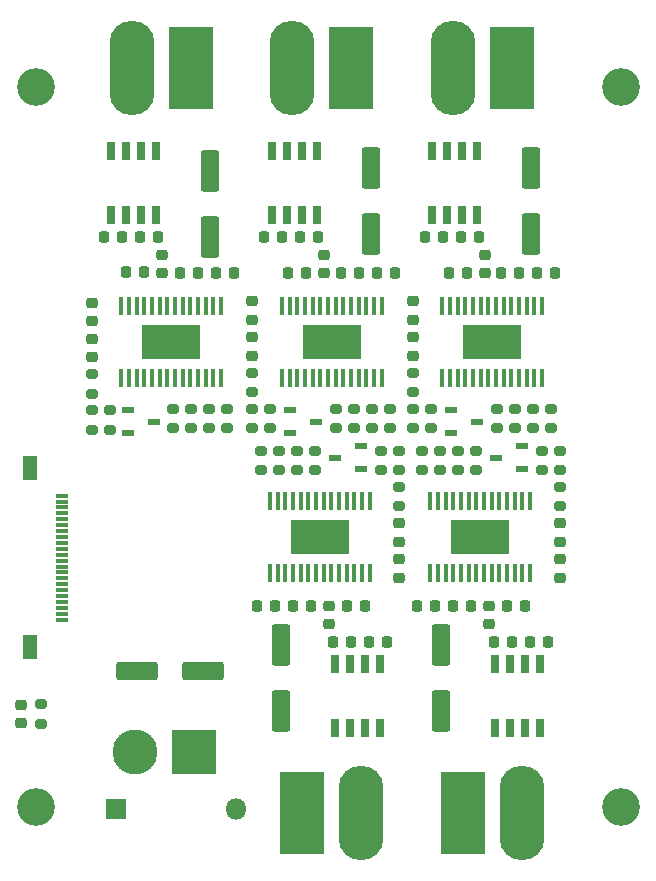
<source format=gbr>
%TF.GenerationSoftware,KiCad,Pcbnew,7.0.11*%
%TF.CreationDate,2025-11-07T14:33:39+09:00*%
%TF.ProjectId,motorDrive,6d6f746f-7244-4726-9976-652e6b696361,rev?*%
%TF.SameCoordinates,Original*%
%TF.FileFunction,Soldermask,Top*%
%TF.FilePolarity,Negative*%
%FSLAX46Y46*%
G04 Gerber Fmt 4.6, Leading zero omitted, Abs format (unit mm)*
G04 Created by KiCad (PCBNEW 7.0.11) date 2025-11-07 14:33:39*
%MOMM*%
%LPD*%
G01*
G04 APERTURE LIST*
G04 Aperture macros list*
%AMRoundRect*
0 Rectangle with rounded corners*
0 $1 Rounding radius*
0 $2 $3 $4 $5 $6 $7 $8 $9 X,Y pos of 4 corners*
0 Add a 4 corners polygon primitive as box body*
4,1,4,$2,$3,$4,$5,$6,$7,$8,$9,$2,$3,0*
0 Add four circle primitives for the rounded corners*
1,1,$1+$1,$2,$3*
1,1,$1+$1,$4,$5*
1,1,$1+$1,$6,$7*
1,1,$1+$1,$8,$9*
0 Add four rect primitives between the rounded corners*
20,1,$1+$1,$2,$3,$4,$5,0*
20,1,$1+$1,$4,$5,$6,$7,0*
20,1,$1+$1,$6,$7,$8,$9,0*
20,1,$1+$1,$8,$9,$2,$3,0*%
G04 Aperture macros list end*
%ADD10RoundRect,0.225000X0.225000X0.250000X-0.225000X0.250000X-0.225000X-0.250000X0.225000X-0.250000X0*%
%ADD11R,0.650000X1.525000*%
%ADD12R,3.800000X7.000000*%
%ADD13O,3.800000X8.000000*%
%ADD14RoundRect,0.225000X-0.225000X-0.250000X0.225000X-0.250000X0.225000X0.250000X-0.225000X0.250000X0*%
%ADD15R,1.050000X0.600000*%
%ADD16R,1.800000X1.800000*%
%ADD17O,1.800000X1.800000*%
%ADD18RoundRect,0.200000X0.275000X-0.200000X0.275000X0.200000X-0.275000X0.200000X-0.275000X-0.200000X0*%
%ADD19RoundRect,0.200000X-0.275000X0.200000X-0.275000X-0.200000X0.275000X-0.200000X0.275000X0.200000X0*%
%ADD20RoundRect,0.218750X0.256250X-0.218750X0.256250X0.218750X-0.256250X0.218750X-0.256250X-0.218750X0*%
%ADD21RoundRect,0.250000X0.550000X-1.500000X0.550000X1.500000X-0.550000X1.500000X-0.550000X-1.500000X0*%
%ADD22RoundRect,0.225000X0.250000X-0.225000X0.250000X0.225000X-0.250000X0.225000X-0.250000X-0.225000X0*%
%ADD23RoundRect,0.225000X-0.250000X0.225000X-0.250000X-0.225000X0.250000X-0.225000X0.250000X0.225000X0*%
%ADD24C,3.200000*%
%ADD25RoundRect,0.250000X-1.500000X-0.550000X1.500000X-0.550000X1.500000X0.550000X-1.500000X0.550000X0*%
%ADD26R,3.800000X3.800000*%
%ADD27C,3.800000*%
%ADD28R,0.450000X1.650000*%
%ADD29R,5.000000X3.000000*%
%ADD30RoundRect,0.250000X-0.550000X1.500000X-0.550000X-1.500000X0.550000X-1.500000X0.550000X1.500000X0*%
%ADD31R,1.000000X0.300000*%
%ADD32R,1.300000X2.000000*%
G04 APERTURE END LIST*
D10*
%TO.C,C210*%
X119520000Y-58420000D03*
X117970000Y-58420000D03*
%TD*%
D11*
%TO.C,IC302*%
X132969000Y-51136000D03*
X131699000Y-51136000D03*
X130429000Y-51136000D03*
X129159000Y-51136000D03*
X129159000Y-56560000D03*
X130429000Y-56560000D03*
X131699000Y-56560000D03*
X132969000Y-56560000D03*
%TD*%
D12*
%TO.C,J104*%
X135850000Y-44093000D03*
D13*
X130850000Y-44093000D03*
%TD*%
D14*
%TO.C,C506*%
X130924000Y-89662000D03*
X132474000Y-89662000D03*
%TD*%
%TO.C,C405*%
X144132000Y-61468000D03*
X145682000Y-61468000D03*
%TD*%
D10*
%TO.C,C302*%
X139586000Y-61468000D03*
X138036000Y-61468000D03*
%TD*%
D15*
%TO.C,Q501*%
X136736000Y-78039000D03*
X136736000Y-76139000D03*
X134536000Y-77089000D03*
%TD*%
D12*
%TO.C,J103*%
X122301000Y-44093000D03*
D13*
X117301000Y-44093000D03*
%TD*%
D11*
%TO.C,IC502*%
X134493000Y-99994000D03*
X135763000Y-99994000D03*
X137033000Y-99994000D03*
X138303000Y-99994000D03*
X138303000Y-94570000D03*
X137033000Y-94570000D03*
X135763000Y-94570000D03*
X134493000Y-94570000D03*
%TD*%
D16*
%TO.C,D101*%
X115951000Y-106807000D03*
D17*
X126111000Y-106807000D03*
%TD*%
D18*
%TO.C,R604*%
X143383000Y-78168000D03*
X143383000Y-76518000D03*
%TD*%
D19*
%TO.C,R607*%
X141859000Y-76518000D03*
X141859000Y-78168000D03*
%TD*%
D18*
%TO.C,R201*%
X113919000Y-74739000D03*
X113919000Y-73089000D03*
%TD*%
D15*
%TO.C,Q601*%
X150325000Y-78039000D03*
X150325000Y-76139000D03*
X148125000Y-77089000D03*
%TD*%
D10*
%TO.C,C202*%
X125997000Y-61468000D03*
X124447000Y-61468000D03*
%TD*%
D14*
%TO.C,C602*%
X141465000Y-89662000D03*
X143015000Y-89662000D03*
%TD*%
D10*
%TO.C,C410*%
X146698000Y-58420000D03*
X145148000Y-58420000D03*
%TD*%
D19*
%TO.C,R203*%
X120777000Y-72962000D03*
X120777000Y-74612000D03*
%TD*%
D14*
%TO.C,C608*%
X150990000Y-92710000D03*
X152540000Y-92710000D03*
%TD*%
D11*
%TO.C,IC602*%
X148082000Y-99994000D03*
X149352000Y-99994000D03*
X150622000Y-99994000D03*
X151892000Y-99994000D03*
X151892000Y-94570000D03*
X150622000Y-94570000D03*
X149352000Y-94570000D03*
X148082000Y-94570000D03*
%TD*%
D15*
%TO.C,Q201*%
X117010000Y-73091000D03*
X117010000Y-74991000D03*
X119210000Y-74041000D03*
%TD*%
D19*
%TO.C,R304*%
X137668000Y-72962000D03*
X137668000Y-74612000D03*
%TD*%
D10*
%TO.C,C306*%
X136538000Y-61468000D03*
X134988000Y-61468000D03*
%TD*%
D18*
%TO.C,R405*%
X149733000Y-74612000D03*
X149733000Y-72962000D03*
%TD*%
D10*
%TO.C,C206*%
X122949000Y-61468000D03*
X121399000Y-61468000D03*
%TD*%
D15*
%TO.C,Q401*%
X144315000Y-73091000D03*
X144315000Y-74991000D03*
X146515000Y-74041000D03*
%TD*%
D18*
%TO.C,R205*%
X122301000Y-74612000D03*
X122301000Y-72962000D03*
%TD*%
D14*
%TO.C,C508*%
X137401000Y-92710000D03*
X138951000Y-92710000D03*
%TD*%
%TO.C,C606*%
X144513000Y-89662000D03*
X146063000Y-89662000D03*
%TD*%
D20*
%TO.C,D102*%
X107950000Y-99593500D03*
X107950000Y-98018500D03*
%TD*%
D14*
%TO.C,C205*%
X116827000Y-61341000D03*
X118377000Y-61341000D03*
%TD*%
D10*
%TO.C,C408*%
X143650000Y-58420000D03*
X142100000Y-58420000D03*
%TD*%
%TO.C,C308*%
X130061000Y-58420000D03*
X128511000Y-58420000D03*
%TD*%
D21*
%TO.C,C607*%
X143510000Y-98558000D03*
X143510000Y-92958000D03*
%TD*%
D10*
%TO.C,C208*%
X116472000Y-58420000D03*
X114922000Y-58420000D03*
%TD*%
D22*
%TO.C,C204*%
X113919000Y-65545000D03*
X113919000Y-63995000D03*
%TD*%
D19*
%TO.C,R505*%
X131318000Y-76518000D03*
X131318000Y-78168000D03*
%TD*%
D14*
%TO.C,C510*%
X134353000Y-92710000D03*
X135903000Y-92710000D03*
%TD*%
D23*
%TO.C,C601*%
X147574000Y-89649000D03*
X147574000Y-91199000D03*
%TD*%
D18*
%TO.C,R407*%
X152781000Y-74612000D03*
X152781000Y-72962000D03*
%TD*%
D23*
%TO.C,C501*%
X133985000Y-89649000D03*
X133985000Y-91199000D03*
%TD*%
%TO.C,C403*%
X141097000Y-66916000D03*
X141097000Y-68466000D03*
%TD*%
D24*
%TO.C,REF\u002A\u002A*%
X109220000Y-106680000D03*
%TD*%
D19*
%TO.C,R402*%
X142621000Y-72962000D03*
X142621000Y-74612000D03*
%TD*%
%TO.C,R605*%
X144907000Y-76518000D03*
X144907000Y-78168000D03*
%TD*%
%TO.C,R204*%
X123825000Y-72962000D03*
X123825000Y-74612000D03*
%TD*%
D18*
%TO.C,R301*%
X127508000Y-74612000D03*
X127508000Y-72962000D03*
%TD*%
D10*
%TO.C,C402*%
X153175000Y-61468000D03*
X151625000Y-61468000D03*
%TD*%
D18*
%TO.C,R101*%
X109601000Y-99631000D03*
X109601000Y-97981000D03*
%TD*%
D10*
%TO.C,C406*%
X150127000Y-61468000D03*
X148577000Y-61468000D03*
%TD*%
%TO.C,C310*%
X133109000Y-58420000D03*
X131559000Y-58420000D03*
%TD*%
D23*
%TO.C,C303*%
X127508000Y-66916000D03*
X127508000Y-68466000D03*
%TD*%
D25*
%TO.C,C101*%
X117723000Y-95123000D03*
X123323000Y-95123000D03*
%TD*%
D26*
%TO.C,J101*%
X122555000Y-101981000D03*
D27*
X117555000Y-101981000D03*
%TD*%
D18*
%TO.C,R306*%
X127508000Y-71564000D03*
X127508000Y-69914000D03*
%TD*%
D19*
%TO.C,R404*%
X151257000Y-72962000D03*
X151257000Y-74612000D03*
%TD*%
D12*
%TO.C,J107*%
X145328000Y-107164000D03*
D13*
X150328000Y-107164000D03*
%TD*%
D22*
%TO.C,C201*%
X119888000Y-61481000D03*
X119888000Y-59931000D03*
%TD*%
D18*
%TO.C,R305*%
X136144000Y-74612000D03*
X136144000Y-72962000D03*
%TD*%
D19*
%TO.C,R302*%
X129032000Y-72962000D03*
X129032000Y-74612000D03*
%TD*%
%TO.C,R506*%
X139954000Y-79566000D03*
X139954000Y-81216000D03*
%TD*%
D18*
%TO.C,R502*%
X138430000Y-78168000D03*
X138430000Y-76518000D03*
%TD*%
D28*
%TO.C,IC501*%
X128998000Y-86870000D03*
X129648000Y-86870000D03*
X130298000Y-86870000D03*
X130948000Y-86870000D03*
X131598000Y-86870000D03*
X132248000Y-86870000D03*
X132898000Y-86870000D03*
X133548000Y-86870000D03*
X134198000Y-86870000D03*
X134848000Y-86870000D03*
X135498000Y-86870000D03*
X136148000Y-86870000D03*
X136798000Y-86870000D03*
X137448000Y-86870000D03*
X137448000Y-80770000D03*
X136798000Y-80770000D03*
X136148000Y-80770000D03*
X135498000Y-80770000D03*
X134848000Y-80770000D03*
X134198000Y-80770000D03*
X133548000Y-80770000D03*
X132898000Y-80770000D03*
X132248000Y-80770000D03*
X131598000Y-80770000D03*
X130948000Y-80770000D03*
X130298000Y-80770000D03*
X129648000Y-80770000D03*
X128998000Y-80770000D03*
D29*
X133223000Y-83820000D03*
%TD*%
D24*
%TO.C,REF\u002A\u002A*%
X109220000Y-45720000D03*
%TD*%
%TO.C,REF\u002A\u002A*%
X158750000Y-45720000D03*
%TD*%
D19*
%TO.C,R202*%
X115443000Y-73089000D03*
X115443000Y-74739000D03*
%TD*%
D28*
%TO.C,IC301*%
X138464000Y-64260000D03*
X137814000Y-64260000D03*
X137164000Y-64260000D03*
X136514000Y-64260000D03*
X135864000Y-64260000D03*
X135214000Y-64260000D03*
X134564000Y-64260000D03*
X133914000Y-64260000D03*
X133264000Y-64260000D03*
X132614000Y-64260000D03*
X131964000Y-64260000D03*
X131314000Y-64260000D03*
X130664000Y-64260000D03*
X130014000Y-64260000D03*
X130014000Y-70360000D03*
X130664000Y-70360000D03*
X131314000Y-70360000D03*
X131964000Y-70360000D03*
X132614000Y-70360000D03*
X133264000Y-70360000D03*
X133914000Y-70360000D03*
X134564000Y-70360000D03*
X135214000Y-70360000D03*
X135864000Y-70360000D03*
X136514000Y-70360000D03*
X137164000Y-70360000D03*
X137814000Y-70360000D03*
X138464000Y-70360000D03*
D29*
X134239000Y-67310000D03*
%TD*%
D18*
%TO.C,R401*%
X141097000Y-74612000D03*
X141097000Y-72962000D03*
%TD*%
D23*
%TO.C,C604*%
X153543000Y-85712000D03*
X153543000Y-87262000D03*
%TD*%
D18*
%TO.C,R406*%
X141097000Y-71564000D03*
X141097000Y-69914000D03*
%TD*%
D14*
%TO.C,C502*%
X127876000Y-89662000D03*
X129426000Y-89662000D03*
%TD*%
D22*
%TO.C,C401*%
X147193000Y-61481000D03*
X147193000Y-59931000D03*
%TD*%
D11*
%TO.C,IC202*%
X119380000Y-51136000D03*
X118110000Y-51136000D03*
X116840000Y-51136000D03*
X115570000Y-51136000D03*
X115570000Y-56560000D03*
X116840000Y-56560000D03*
X118110000Y-56560000D03*
X119380000Y-56560000D03*
%TD*%
D19*
%TO.C,R303*%
X134620000Y-72962000D03*
X134620000Y-74612000D03*
%TD*%
D18*
%TO.C,R207*%
X125349000Y-74612000D03*
X125349000Y-72962000D03*
%TD*%
D30*
%TO.C,C407*%
X151130000Y-52572000D03*
X151130000Y-58172000D03*
%TD*%
D28*
%TO.C,IC401*%
X152053000Y-64260000D03*
X151403000Y-64260000D03*
X150753000Y-64260000D03*
X150103000Y-64260000D03*
X149453000Y-64260000D03*
X148803000Y-64260000D03*
X148153000Y-64260000D03*
X147503000Y-64260000D03*
X146853000Y-64260000D03*
X146203000Y-64260000D03*
X145553000Y-64260000D03*
X144903000Y-64260000D03*
X144253000Y-64260000D03*
X143603000Y-64260000D03*
X143603000Y-70360000D03*
X144253000Y-70360000D03*
X144903000Y-70360000D03*
X145553000Y-70360000D03*
X146203000Y-70360000D03*
X146853000Y-70360000D03*
X147503000Y-70360000D03*
X148153000Y-70360000D03*
X148803000Y-70360000D03*
X149453000Y-70360000D03*
X150103000Y-70360000D03*
X150753000Y-70360000D03*
X151403000Y-70360000D03*
X152053000Y-70360000D03*
D29*
X147828000Y-67310000D03*
%TD*%
D19*
%TO.C,R606*%
X153543000Y-79566000D03*
X153543000Y-81216000D03*
%TD*%
D18*
%TO.C,R206*%
X113919000Y-71691000D03*
X113919000Y-70041000D03*
%TD*%
D21*
%TO.C,C507*%
X129921000Y-98558000D03*
X129921000Y-92958000D03*
%TD*%
D19*
%TO.C,R507*%
X128270000Y-76518000D03*
X128270000Y-78168000D03*
%TD*%
%TO.C,R403*%
X148209000Y-72962000D03*
X148209000Y-74612000D03*
%TD*%
D12*
%TO.C,J105*%
X149479000Y-44093000D03*
D13*
X144479000Y-44093000D03*
%TD*%
D23*
%TO.C,C504*%
X139954000Y-85712000D03*
X139954000Y-87262000D03*
%TD*%
D18*
%TO.C,R503*%
X132842000Y-78168000D03*
X132842000Y-76518000D03*
%TD*%
D23*
%TO.C,C203*%
X113919000Y-67043000D03*
X113919000Y-68593000D03*
%TD*%
D19*
%TO.C,R601*%
X153543000Y-76518000D03*
X153543000Y-78168000D03*
%TD*%
D14*
%TO.C,C305*%
X130543000Y-61468000D03*
X132093000Y-61468000D03*
%TD*%
D10*
%TO.C,C605*%
X150635000Y-89662000D03*
X149085000Y-89662000D03*
%TD*%
%TO.C,C505*%
X137046000Y-89662000D03*
X135496000Y-89662000D03*
%TD*%
D31*
%TO.C,J102*%
X111384000Y-80314000D03*
X111384000Y-80814000D03*
X111384000Y-81314000D03*
X111384000Y-81814000D03*
X111384000Y-82314000D03*
X111384000Y-82814000D03*
X111384000Y-83314000D03*
X111384000Y-83814000D03*
X111384000Y-84314000D03*
X111384000Y-84814000D03*
X111384000Y-85314000D03*
X111384000Y-85814000D03*
X111384000Y-86314000D03*
X111384000Y-86814000D03*
X111384000Y-87314000D03*
X111384000Y-87814000D03*
X111384000Y-88314000D03*
X111384000Y-88814000D03*
X111384000Y-89314000D03*
X111384000Y-89814000D03*
X111384000Y-90314000D03*
X111384000Y-90814000D03*
D32*
X108684000Y-78014000D03*
X108684000Y-93114000D03*
%TD*%
D18*
%TO.C,R307*%
X139192000Y-74612000D03*
X139192000Y-72962000D03*
%TD*%
D11*
%TO.C,IC402*%
X146558000Y-51136000D03*
X145288000Y-51136000D03*
X144018000Y-51136000D03*
X142748000Y-51136000D03*
X142748000Y-56560000D03*
X144018000Y-56560000D03*
X145288000Y-56560000D03*
X146558000Y-56560000D03*
%TD*%
D28*
%TO.C,IC201*%
X124875000Y-64260000D03*
X124225000Y-64260000D03*
X123575000Y-64260000D03*
X122925000Y-64260000D03*
X122275000Y-64260000D03*
X121625000Y-64260000D03*
X120975000Y-64260000D03*
X120325000Y-64260000D03*
X119675000Y-64260000D03*
X119025000Y-64260000D03*
X118375000Y-64260000D03*
X117725000Y-64260000D03*
X117075000Y-64260000D03*
X116425000Y-64260000D03*
X116425000Y-70360000D03*
X117075000Y-70360000D03*
X117725000Y-70360000D03*
X118375000Y-70360000D03*
X119025000Y-70360000D03*
X119675000Y-70360000D03*
X120325000Y-70360000D03*
X120975000Y-70360000D03*
X121625000Y-70360000D03*
X122275000Y-70360000D03*
X122925000Y-70360000D03*
X123575000Y-70360000D03*
X124225000Y-70360000D03*
X124875000Y-70360000D03*
D29*
X120650000Y-67310000D03*
%TD*%
D28*
%TO.C,IC601*%
X142587000Y-86870000D03*
X143237000Y-86870000D03*
X143887000Y-86870000D03*
X144537000Y-86870000D03*
X145187000Y-86870000D03*
X145837000Y-86870000D03*
X146487000Y-86870000D03*
X147137000Y-86870000D03*
X147787000Y-86870000D03*
X148437000Y-86870000D03*
X149087000Y-86870000D03*
X149737000Y-86870000D03*
X150387000Y-86870000D03*
X151037000Y-86870000D03*
X151037000Y-80770000D03*
X150387000Y-80770000D03*
X149737000Y-80770000D03*
X149087000Y-80770000D03*
X148437000Y-80770000D03*
X147787000Y-80770000D03*
X147137000Y-80770000D03*
X146487000Y-80770000D03*
X145837000Y-80770000D03*
X145187000Y-80770000D03*
X144537000Y-80770000D03*
X143887000Y-80770000D03*
X143237000Y-80770000D03*
X142587000Y-80770000D03*
D29*
X146812000Y-83820000D03*
%TD*%
D22*
%TO.C,C503*%
X139954000Y-84214000D03*
X139954000Y-82664000D03*
%TD*%
D12*
%TO.C,J106*%
X131739000Y-107164000D03*
D13*
X136739000Y-107164000D03*
%TD*%
D19*
%TO.C,R501*%
X139954000Y-76518000D03*
X139954000Y-78168000D03*
%TD*%
D18*
%TO.C,R504*%
X129794000Y-78168000D03*
X129794000Y-76518000D03*
%TD*%
D22*
%TO.C,C304*%
X127508000Y-65418000D03*
X127508000Y-63868000D03*
%TD*%
D18*
%TO.C,R603*%
X146431000Y-78168000D03*
X146431000Y-76518000D03*
%TD*%
D22*
%TO.C,C404*%
X141097000Y-65418000D03*
X141097000Y-63868000D03*
%TD*%
D30*
%TO.C,C207*%
X123952000Y-52826000D03*
X123952000Y-58426000D03*
%TD*%
D14*
%TO.C,C610*%
X147942000Y-92710000D03*
X149492000Y-92710000D03*
%TD*%
D22*
%TO.C,C301*%
X133604000Y-61481000D03*
X133604000Y-59931000D03*
%TD*%
D24*
%TO.C,REF\u002A\u002A*%
X158750000Y-106680000D03*
%TD*%
D30*
%TO.C,C307*%
X137541000Y-52572000D03*
X137541000Y-58172000D03*
%TD*%
D22*
%TO.C,C603*%
X153543000Y-84214000D03*
X153543000Y-82664000D03*
%TD*%
D18*
%TO.C,R602*%
X152019000Y-78168000D03*
X152019000Y-76518000D03*
%TD*%
D15*
%TO.C,Q301*%
X130726000Y-73091000D03*
X130726000Y-74991000D03*
X132926000Y-74041000D03*
%TD*%
M02*

</source>
